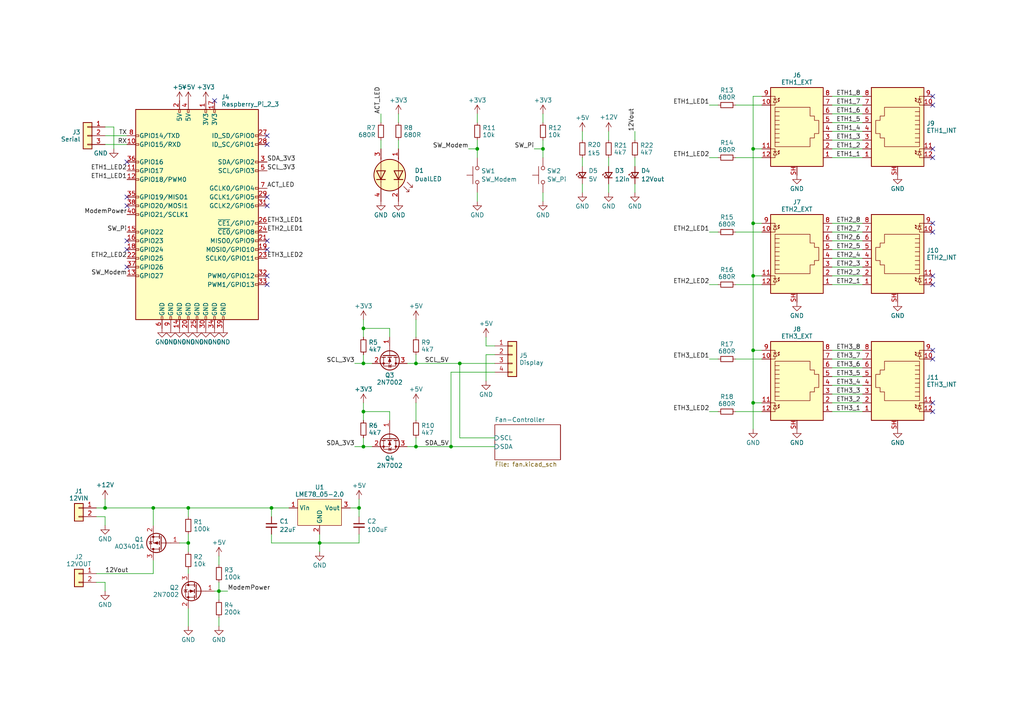
<source format=kicad_sch>
(kicad_sch (version 20230121) (generator eeschema)
  (paper "A4")
  (lib_symbols
    (symbol "Connector:RJ45_LED_Shielded" (pin_names (offset 1.016))
      (property "Reference" "J" (at -5.08 13.97 0))
      (property "Value" "RJ45_LED_Shielded" (at 1.27 13.97 0))
      (symbol "RJ45_LED_Shielded_0_1"
        (polyline (pts (xy -7.62 -7.62) (xy -6.35 -7.62)))
        (polyline (pts (xy -7.62 -5.08) (xy -6.35 -5.08)))
        (polyline (pts (xy -7.62 7.62) (xy -6.35 7.62)))
        (polyline (pts (xy -7.62 10.16) (xy -6.35 10.16)))
        (polyline (pts (xy -6.858 -5.842) (xy -5.842 -5.842)))
        (polyline (pts (xy -6.858 9.398) (xy -5.842 9.398)))
        (polyline (pts (xy -6.35 -7.62) (xy -6.35 -6.858)))
        (polyline (pts (xy -6.35 -5.08) (xy -6.35 -5.842)))
        (polyline (pts (xy -6.35 7.62) (xy -6.35 8.382)))
        (polyline (pts (xy -6.35 10.16) (xy -6.35 9.398)))
        (polyline (pts (xy -5.08 -6.223) (xy -5.207 -6.604)))
        (polyline (pts (xy -5.08 -5.588) (xy -5.207 -5.969)))
        (polyline (pts (xy -5.08 4.445) (xy -6.35 4.445)))
        (polyline (pts (xy -5.08 5.715) (xy -6.35 5.715)))
        (polyline (pts (xy -5.08 9.017) (xy -5.207 8.636)))
        (polyline (pts (xy -5.08 9.652) (xy -5.207 9.271)))
        (polyline (pts (xy -6.35 -3.175) (xy -5.08 -3.175) (xy -5.08 -3.175)))
        (polyline (pts (xy -6.35 -1.905) (xy -5.08 -1.905) (xy -5.08 -1.905)))
        (polyline (pts (xy -6.35 -0.635) (xy -5.08 -0.635) (xy -5.08 -0.635)))
        (polyline (pts (xy -6.35 0.635) (xy -5.08 0.635) (xy -5.08 0.635)))
        (polyline (pts (xy -6.35 1.905) (xy -5.08 1.905) (xy -5.08 1.905)))
        (polyline (pts (xy -5.588 -6.731) (xy -5.08 -6.223) (xy -5.461 -6.35)))
        (polyline (pts (xy -5.588 -6.096) (xy -5.08 -5.588) (xy -5.461 -5.715)))
        (polyline (pts (xy -5.588 8.509) (xy -5.08 9.017) (xy -5.461 8.89)))
        (polyline (pts (xy -5.588 9.144) (xy -5.08 9.652) (xy -5.461 9.525)))
        (polyline (pts (xy -5.08 3.175) (xy -6.35 3.175) (xy -6.35 3.175)))
        (polyline (pts (xy -6.35 -5.842) (xy -6.858 -6.858) (xy -5.842 -6.858) (xy -6.35 -5.842)))
        (polyline (pts (xy -6.35 9.398) (xy -6.858 8.382) (xy -5.842 8.382) (xy -6.35 9.398)))
        (polyline (pts (xy -6.35 -4.445) (xy -6.35 6.985) (xy 3.81 6.985) (xy 3.81 4.445) (xy 5.08 4.445) (xy 5.08 3.175) (xy 6.35 3.175) (xy 6.35 -0.635) (xy 5.08 -0.635) (xy 5.08 -1.905) (xy 3.81 -1.905) (xy 3.81 -4.445) (xy -6.35 -4.445) (xy -6.35 -4.445)))
        (rectangle (start 7.62 12.7) (end -7.62 -10.16) (stroke (width 0.254)) (fill (type background)))
      )
      (symbol "RJ45_LED_Shielded_1_1"
        (pin passive line (at 10.16 -7.62 180) (length 2.54) (name "~") (number "1"))
        (pin passive line (at -10.16 7.62 0) (length 2.54) (name "~") (number "10"))
        (pin passive line (at -10.16 -5.08 0) (length 2.54) (name "~") (number "11"))
        (pin passive line (at -10.16 -7.62 0) (length 2.54) (name "~") (number "12"))
        (pin passive line (at 10.16 -5.08 180) (length 2.54) (name "~") (number "2"))
        (pin passive line (at 10.16 -2.54 180) (length 2.54) (name "~") (number "3"))
        (pin passive line (at 10.16 0 180) (length 2.54) (name "~") (number "4"))
        (pin passive line (at 10.16 2.54 180) (length 2.54) (name "~") (number "5"))
        (pin passive line (at 10.16 5.08 180) (length 2.54) (name "~") (number "6"))
        (pin passive line (at 10.16 7.62 180) (length 2.54) (name "~") (number "7"))
        (pin passive line (at 10.16 10.16 180) (length 2.54) (name "~") (number "8"))
        (pin passive line (at -10.16 10.16 0) (length 2.54) (name "~") (number "9"))
        (pin passive line (at 0 -12.7 90) (length 2.54) (name "~") (number "SH"))
      )
    )
    (symbol "Connector:Raspberry_Pi_2_3" (pin_names (offset 1.016))
      (property "Reference" "J" (at -17.78 31.75 0))
      (property "Value" "Raspberry_Pi_2_3" (at 10.16 -31.75 0))
      (symbol "Raspberry_Pi_2_3_0_1"
        (rectangle (start -17.78 30.48) (end 17.78 -30.48) (stroke (width 0.254)) (fill (type background)))
      )
      (symbol "Raspberry_Pi_2_3_1_1"
        (rectangle (start -16.891 -17.526) (end -17.78 -18.034))
        (rectangle (start -16.891 -14.986) (end -17.78 -15.494))
        (rectangle (start -16.891 -12.446) (end -17.78 -12.954))
        (rectangle (start -16.891 -9.906) (end -17.78 -10.414))
        (rectangle (start -16.891 -7.366) (end -17.78 -7.874))
        (rectangle (start -16.891 -4.826) (end -17.78 -5.334))
        (rectangle (start -16.891 0.254) (end -17.78 -0.254))
        (rectangle (start -16.891 2.794) (end -17.78 2.286))
        (rectangle (start -16.891 5.334) (end -17.78 4.826))
        (rectangle (start -16.891 10.414) (end -17.78 9.906))
        (rectangle (start -16.891 12.954) (end -17.78 12.446))
        (rectangle (start -16.891 15.494) (end -17.78 14.986))
        (rectangle (start -16.891 20.574) (end -17.78 20.066))
        (rectangle (start -16.891 23.114) (end -17.78 22.606))
        (rectangle (start -10.414 -29.591) (end -9.906 -30.48))
        (rectangle (start -7.874 -29.591) (end -7.366 -30.48))
        (rectangle (start -5.334 -29.591) (end -4.826 -30.48))
        (rectangle (start -5.334 30.48) (end -4.826 29.591))
        (rectangle (start -2.794 -29.591) (end -2.286 -30.48))
        (rectangle (start -2.794 30.48) (end -2.286 29.591))
        (rectangle (start -0.254 -29.591) (end 0.254 -30.48))
        (rectangle (start 2.286 -29.591) (end 2.794 -30.48))
        (rectangle (start 2.286 30.48) (end 2.794 29.591))
        (rectangle (start 4.826 -29.591) (end 5.334 -30.48))
        (rectangle (start 4.826 30.48) (end 5.334 29.591))
        (rectangle (start 7.366 -29.591) (end 7.874 -30.48))
        (rectangle (start 17.78 -20.066) (end 16.891 -20.574))
        (rectangle (start 17.78 -17.526) (end 16.891 -18.034))
        (rectangle (start 17.78 -12.446) (end 16.891 -12.954))
        (rectangle (start 17.78 -9.906) (end 16.891 -10.414))
        (rectangle (start 17.78 -7.366) (end 16.891 -7.874))
        (rectangle (start 17.78 -4.826) (end 16.891 -5.334))
        (rectangle (start 17.78 -2.286) (end 16.891 -2.794))
        (rectangle (start 17.78 2.794) (end 16.891 2.286))
        (rectangle (start 17.78 5.334) (end 16.891 4.826))
        (rectangle (start 17.78 7.874) (end 16.891 7.366))
        (rectangle (start 17.78 12.954) (end 16.891 12.446))
        (rectangle (start 17.78 15.494) (end 16.891 14.986))
        (rectangle (start 17.78 20.574) (end 16.891 20.066))
        (rectangle (start 17.78 23.114) (end 16.891 22.606))
        (pin power_in line (at 2.54 33.02 270) (length 2.54) (name "3V3") (number "1"))
        (pin bidirectional line (at -20.32 20.32 0) (length 2.54) (name "GPIO15/RXD") (number "10"))
        (pin bidirectional line (at -20.32 12.7 0) (length 2.54) (name "GPIO17") (number "11"))
        (pin bidirectional line (at -20.32 10.16 0) (length 2.54) (name "GPIO18/PWM0") (number "12"))
        (pin bidirectional line (at -20.32 -17.78 0) (length 2.54) (name "GPIO27") (number "13"))
        (pin power_in line (at -5.08 -33.02 90) (length 2.54) (name "GND") (number "14"))
        (pin bidirectional line (at -20.32 -5.08 0) (length 2.54) (name "GPIO22") (number "15"))
        (pin bidirectional line (at -20.32 -7.62 0) (length 2.54) (name "GPIO23") (number "16"))
        (pin power_in line (at 5.08 33.02 270) (length 2.54) (name "3V3") (number "17"))
        (pin bidirectional line (at -20.32 -10.16 0) (length 2.54) (name "GPIO24") (number "18"))
        (pin bidirectional line (at 20.32 -10.16 180) (length 2.54) (name "MOSI0/GPIO10") (number "19"))
        (pin power_in line (at -5.08 33.02 270) (length 2.54) (name "5V") (number "2"))
        (pin power_in line (at -2.54 -33.02 90) (length 2.54) (name "GND") (number "20"))
        (pin bidirectional line (at 20.32 -7.62 180) (length 2.54) (name "MISO0/GPIO9") (number "21"))
        (pin bidirectional line (at -20.32 -12.7 0) (length 2.54) (name "GPIO25") (number "22"))
        (pin bidirectional line (at 20.32 -12.7 180) (length 2.54) (name "SCLK0/GPIO11") (number "23"))
        (pin bidirectional line (at 20.32 -5.08 180) (length 2.54) (name "~{CE0}/GPIO8") (number "24"))
        (pin power_in line (at 0 -33.02 90) (length 2.54) (name "GND") (number "25"))
        (pin bidirectional line (at 20.32 -2.54 180) (length 2.54) (name "~{CE1}/GPIO7") (number "26"))
        (pin bidirectional line (at 20.32 22.86 180) (length 2.54) (name "ID_SD/GPIO0") (number "27"))
        (pin bidirectional line (at 20.32 20.32 180) (length 2.54) (name "ID_SC/GPIO1") (number "28"))
        (pin bidirectional line (at 20.32 5.08 180) (length 2.54) (name "GCLK1/GPIO5") (number "29"))
        (pin bidirectional line (at 20.32 15.24 180) (length 2.54) (name "SDA/GPIO2") (number "3"))
        (pin power_in line (at 2.54 -33.02 90) (length 2.54) (name "GND") (number "30"))
        (pin bidirectional line (at 20.32 2.54 180) (length 2.54) (name "GCLK2/GPIO6") (number "31"))
        (pin bidirectional line (at 20.32 -17.78 180) (length 2.54) (name "PWM0/GPIO12") (number "32"))
        (pin bidirectional line (at 20.32 -20.32 180) (length 2.54) (name "PWM1/GPIO13") (number "33"))
        (pin power_in line (at 5.08 -33.02 90) (length 2.54) (name "GND") (number "34"))
        (pin bidirectional line (at -20.32 5.08 0) (length 2.54) (name "GPIO19/MISO1") (number "35"))
        (pin bidirectional line (at -20.32 15.24 0) (length 2.54) (name "GPIO16") (number "36"))
        (pin bidirectional line (at -20.32 -15.24 0) (length 2.54) (name "GPIO26") (number "37"))
        (pin bidirectional line (at -20.32 2.54 0) (length 2.54) (name "GPIO20/MOSI1") (number "38"))
        (pin power_in line (at 7.62 -33.02 90) (length 2.54) (name "GND") (number "39"))
        (pin power_in line (at -2.54 33.02 270) (length 2.54) (name "5V") (number "4"))
        (pin bidirectional line (at -20.32 0 0) (length 2.54) (name "GPIO21/SCLK1") (number "40"))
        (pin bidirectional line (at 20.32 12.7 180) (length 2.54) (name "SCL/GPIO3") (number "5"))
        (pin power_in line (at -10.16 -33.02 90) (length 2.54) (name "GND") (number "6"))
        (pin bidirectional line (at 20.32 7.62 180) (length 2.54) (name "GCLK0/GPIO4") (number "7"))
        (pin bidirectional line (at -20.32 22.86 0) (length 2.54) (name "GPIO14/TXD") (number "8"))
        (pin power_in line (at -7.62 -33.02 90) (length 2.54) (name "GND") (number "9"))
      )
    )
    (symbol "Connector_Generic:Conn_01x02" (pin_names (offset 1.016) hide)
      (property "Reference" "J" (at 0 2.54 0))
      (property "Value" "Conn_01x02" (at 0 -5.08 0))
      (symbol "Conn_01x02_1_1"
        (rectangle (start -1.27 -2.413) (end 0 -2.667) (stroke (width 0.1524)))
        (rectangle (start -1.27 0.127) (end 0 -0.127) (stroke (width 0.1524)))
        (rectangle (start -1.27 1.27) (end 1.27 -3.81) (stroke (width 0.254)) (fill (type background)))
        (pin passive line (at -5.08 0 0) (length 3.81) (name "Pin_1") (number "1"))
        (pin passive line (at -5.08 -2.54 0) (length 3.81) (name "Pin_2") (number "2"))
      )
    )
    (symbol "Connector_Generic:Conn_01x03" (pin_names (offset 1.016) hide)
      (property "Reference" "J" (at 0 5.08 0))
      (property "Value" "Conn_01x03" (at 0 -5.08 0))
      (symbol "Conn_01x03_1_1"
        (rectangle (start -1.27 -2.413) (end 0 -2.667) (stroke (width 0.1524)))
        (rectangle (start -1.27 0.127) (end 0 -0.127) (stroke (width 0.1524)))
        (rectangle (start -1.27 2.667) (end 0 2.413) (stroke (width 0.1524)))
        (rectangle (start -1.27 3.81) (end 1.27 -3.81) (stroke (width 0.254)) (fill (type background)))
        (pin passive line (at -5.08 2.54 0) (length 3.81) (name "Pin_1") (number "1"))
        (pin passive line (at -5.08 0 0) (length 3.81) (name "Pin_2") (number "2"))
        (pin passive line (at -5.08 -2.54 0) (length 3.81) (name "Pin_3") (number "3"))
      )
    )
    (symbol "Connector_Generic:Conn_01x04" (pin_names (offset 1.016) hide)
      (property "Reference" "J" (at 0 5.08 0))
      (property "Value" "Conn_01x04" (at 0 -7.62 0))
      (symbol "Conn_01x04_1_1"
        (rectangle (start -1.27 -4.953) (end 0 -5.207) (stroke (width 0.1524)))
        (rectangle (start -1.27 -2.413) (end 0 -2.667) (stroke (width 0.1524)))
        (rectangle (start -1.27 0.127) (end 0 -0.127) (stroke (width 0.1524)))
        (rectangle (start -1.27 2.667) (end 0 2.413) (stroke (width 0.1524)))
        (rectangle (start -1.27 3.81) (end 1.27 -6.35) (stroke (width 0.254)) (fill (type background)))
        (pin passive line (at -5.08 2.54 0) (length 3.81) (name "Pin_1") (number "1"))
        (pin passive line (at -5.08 0 0) (length 3.81) (name "Pin_2") (number "2"))
        (pin passive line (at -5.08 -2.54 0) (length 3.81) (name "Pin_3") (number "3"))
        (pin passive line (at -5.08 -5.08 0) (length 3.81) (name "Pin_4") (number "4"))
      )
    )
    (symbol "Device:C_Small" (pin_numbers hide) (pin_names (offset 0.254) hide)
      (property "Reference" "C" (at 0.254 1.778 0))
      (property "Value" "C_Small" (at 0.254 -2.032 0))
      (symbol "C_Small_0_1"
        (polyline (pts (xy -1.524 -0.508) (xy 1.524 -0.508)) (stroke (width 0.3302)))
        (polyline (pts (xy -1.524 0.508) (xy 1.524 0.508)) (stroke (width 0.3048)))
      )
      (symbol "C_Small_1_1"
        (pin passive line (at 0 2.54 270) (length 2.032) (name "~") (number "1"))
        (pin passive line (at 0 -2.54 90) (length 2.032) (name "~") (number "2"))
      )
    )
    (symbol "Device:LED_Dual_AKAK" (pin_names (offset 0) hide)
      (property "Reference" "D" (at 0 5.715 0))
      (property "Value" "LED_Dual_AKAK" (at 0 -6.35 0))
      (symbol "LED_Dual_AKAK_0_1"
        (polyline (pts (xy -5.08 -2.54) (xy 2.032 -2.54)))
        (polyline (pts (xy -5.08 2.54) (xy 2.032 2.54)))
        (polyline (pts (xy 1.27 -1.27) (xy 1.27 -3.81)) (stroke (width 0.254)))
        (polyline (pts (xy 1.27 3.81) (xy 1.27 1.27)) (stroke (width 0.254)))
        (polyline (pts (xy 3.81 -2.54) (xy 1.905 -2.54)))
        (polyline (pts (xy 3.81 2.54) (xy 1.905 2.54)))
        (polyline (pts (xy -1.27 -1.27) (xy -1.27 -3.81) (xy 1.27 -2.54) (xy -1.27 -1.27)) (stroke (width 0.254)))
        (polyline (pts (xy -1.27 3.81) (xy -1.27 1.27) (xy 1.27 2.54) (xy -1.27 3.81)) (stroke (width 0.254)))
        (polyline (pts (xy 2.032 5.08) (xy 3.556 6.604) (xy 2.794 6.604) (xy 3.556 6.604) (xy 3.556 5.842)))
        (polyline (pts (xy 3.302 4.064) (xy 4.826 5.588) (xy 4.064 5.588) (xy 4.826 5.588) (xy 4.826 4.826)))
        (circle (center 0 0) (radius 4.572) (stroke (width 0.254)) (fill (type background)))
      )
      (symbol "LED_Dual_AKAK_1_1"
        (pin input line (at -7.62 2.54 0) (length 3.048) (name "A1") (number "1"))
        (pin input line (at 7.62 2.54 180) (length 3.81) (name "K1") (number "2"))
        (pin input line (at -7.62 -2.54 0) (length 3.048) (name "A2") (number "3"))
        (pin input line (at 7.62 -2.54 180) (length 3.81) (name "K2") (number "4"))
      )
    )
    (symbol "Device:LED_Small" (pin_numbers hide) (pin_names (offset 0.254) hide)
      (property "Reference" "D" (at -1.27 3.175 0))
      (property "Value" "LED_Small" (at -4.445 -2.54 0))
      (symbol "LED_Small_0_1"
        (polyline (pts (xy -0.762 -1.016) (xy -0.762 1.016)) (stroke (width 0.254)))
        (polyline (pts (xy 1.016 0) (xy -0.762 0)))
        (polyline (pts (xy 0.762 -1.016) (xy -0.762 0) (xy 0.762 1.016) (xy 0.762 -1.016)) (stroke (width 0.254)))
        (polyline (pts (xy 0 0.762) (xy -0.508 1.27) (xy -0.254 1.27) (xy -0.508 1.27) (xy -0.508 1.016)))
        (polyline (pts (xy 0.508 1.27) (xy 0 1.778) (xy 0.254 1.778) (xy 0 1.778) (xy 0 1.524)))
      )
      (symbol "LED_Small_1_1"
        (pin passive line (at -2.54 0 0) (length 1.778) (name "K") (number "1"))
        (pin passive line (at 2.54 0 180) (length 1.778) (name "A") (number "2"))
      )
    )
    (symbol "Device:R_Small" (pin_numbers hide) (pin_names (offset 0.254) hide)
      (property "Reference" "R" (at 0.762 0.508 0))
      (property "Value" "R_Small" (at 0.762 -1.016 0))
      (symbol "R_Small_0_1"
        (rectangle (start -0.762 1.778) (end 0.762 -1.778) (stroke (width 0.2032)))
      )
      (symbol "R_Small_1_1"
        (pin passive line (at 0 2.54 270) (length 0.762) (name "~") (number "1"))
        (pin passive line (at 0 -2.54 90) (length 0.762) (name "~") (number "2"))
      )
    )
    (symbol "My_Symbols:LME78"
      (property "Reference" "U" (at 0 0 0))
      (property "Value" "LME78_05-1.0" (at 0 0 0))
      (symbol "LME78_1_1"
        (rectangle (start -6.35 -1.27) (end 6.35 -8.89) (fill (type background)))
        (pin power_in line (at -8.89 -3.81 0) (length 2.54) (name "Vin") (number "1"))
        (pin power_in line (at 0 -11.43 90) (length 2.54) (name "GND") (number "2"))
        (pin power_out line (at 8.89 -3.81 180) (length 2.54) (name "Vout") (number "3"))
      )
    )
    (symbol "Switch:SW_Push" (pin_numbers hide) (pin_names (offset 1.016) hide)
      (property "Reference" "SW" (at 1.27 2.54 0))
      (property "Value" "SW_Push" (at 0 -1.524 0))
      (symbol "SW_Push_0_1"
        (circle (center -2.032 0) (radius 0.508))
        (polyline (pts (xy 0 1.27) (xy 0 3.048)))
        (polyline (pts (xy 2.54 1.27) (xy -2.54 1.27)))
        (circle (center 2.032 0) (radius 0.508))
        (pin passive line (at -5.08 0 0) (length 2.54) (name "1") (number "1"))
        (pin passive line (at 5.08 0 180) (length 2.54) (name "2") (number "2"))
      )
    )
    (symbol "Transistor_FET:2N7002" (pin_names hide)
      (property "Reference" "Q" (at 5.08 1.905 0))
      (property "Value" "2N7002" (at 5.08 0 0))
      (symbol "2N7002_0_1"
        (polyline (pts (xy 0.254 0) (xy -2.54 0)))
        (polyline (pts (xy 0.254 1.905) (xy 0.254 -1.905)) (stroke (width 0.254)))
        (polyline (pts (xy 0.762 -1.27) (xy 0.762 -2.286)) (stroke (width 0.254)))
        (polyline (pts (xy 0.762 0.508) (xy 0.762 -0.508)) (stroke (width 0.254)))
        (polyline (pts (xy 0.762 2.286) (xy 0.762 1.27)) (stroke (width 0.254)))
        (polyline (pts (xy 2.54 2.54) (xy 2.54 1.778)))
        (polyline (pts (xy 2.54 -2.54) (xy 2.54 0) (xy 0.762 0)))
        (polyline (pts (xy 0.762 -1.778) (xy 3.302 -1.778) (xy 3.302 1.778) (xy 0.762 1.778)))
        (polyline (pts (xy 1.016 0) (xy 2.032 0.381) (xy 2.032 -0.381) (xy 1.016 0)) (fill (type outline)))
        (polyline (pts (xy 2.794 0.508) (xy 2.921 0.381) (xy 3.683 0.381) (xy 3.81 0.254)))
        (polyline (pts (xy 3.302 0.381) (xy 2.921 -0.254) (xy 3.683 -0.254) (xy 3.302 0.381)))
        (circle (center 1.651 0) (radius 2.794) (stroke (width 0.254)))
        (circle (center 2.54 -1.778) (radius 0.254) (fill (type outline)))
        (circle (center 2.54 1.778) (radius 0.254) (fill (type outline)))
      )
      (symbol "2N7002_1_1"
        (pin input line (at -5.08 0 0) (length 2.54) (name "G") (number "1"))
        (pin passive line (at 2.54 -5.08 90) (length 2.54) (name "S") (number "2"))
        (pin passive line (at 2.54 5.08 270) (length 2.54) (name "D") (number "3"))
      )
    )
    (symbol "Transistor_FET:AO3401A" (pin_names hide)
      (property "Reference" "Q" (at 5.08 1.905 0))
      (property "Value" "AO3401A" (at 5.08 0 0))
      (symbol "AO3401A_0_1"
        (polyline (pts (xy 0.254 0) (xy -2.54 0)))
        (polyline (pts (xy 0.254 1.905) (xy 0.254 -1.905)) (stroke (width 0.254)))
        (polyline (pts (xy 0.762 -1.27) (xy 0.762 -2.286)) (stroke (width 0.254)))
        (polyline (pts (xy 0.762 0.508) (xy 0.762 -0.508)) (stroke (width 0.254)))
        (polyline (pts (xy 0.762 2.286) (xy 0.762 1.27)) (stroke (width 0.254)))
        (polyline (pts (xy 2.54 2.54) (xy 2.54 1.778)))
        (polyline (pts (xy 2.54 -2.54) (xy 2.54 0) (xy 0.762 0)))
        (polyline (pts (xy 0.762 1.778) (xy 3.302 1.778) (xy 3.302 -1.778) (xy 0.762 -1.778)))
        (polyline (pts (xy 2.286 0) (xy 1.27 0.381) (xy 1.27 -0.381) (xy 2.286 0)) (fill (type outline)))
        (polyline (pts (xy 2.794 -0.508) (xy 2.921 -0.381) (xy 3.683 -0.381) (xy 3.81 -0.254)))
        (polyline (pts (xy 3.302 -0.381) (xy 2.921 0.254) (xy 3.683 0.254) (xy 3.302 -0.381)))
        (circle (center 1.651 0) (radius 2.794) (stroke (width 0.254)))
        (circle (center 2.54 -1.778) (radius 0.254) (fill (type outline)))
        (circle (center 2.54 1.778) (radius 0.254) (fill (type outline)))
      )
      (symbol "AO3401A_1_1"
        (pin input line (at -5.08 0 0) (length 2.54) (name "G") (number "1"))
        (pin passive line (at 2.54 -5.08 90) (length 2.54) (name "S") (number "2"))
        (pin passive line (at 2.54 5.08 270) (length 2.54) (name "D") (number "3"))
      )
    )
    (symbol "power:+12V" (power) (pin_names (offset 0))
      (property "Value" "+12V" (at 0 3.556 0))
      (symbol "+12V_0_1"
        (polyline (pts (xy -0.762 1.27) (xy 0 2.54)))
        (polyline (pts (xy 0 0) (xy 0 2.54)))
        (polyline (pts (xy 0 2.54) (xy 0.762 1.27)))
      )
      (symbol "+12V_1_1"
        (pin power_in line (at 0 0 90) (length 0) hide (name "+12V") (number "1"))
      )
    )
    (symbol "power:+3V3" (power) (pin_names (offset 0))
      (property "Value" "+3V3" (at 0 3.556 0))
      (symbol "+3V3_0_1"
        (polyline (pts (xy -0.762 1.27) (xy 0 2.54)))
        (polyline (pts (xy 0 0) (xy 0 2.54)))
        (polyline (pts (xy 0 2.54) (xy 0.762 1.27)))
      )
      (symbol "+3V3_1_1"
        (pin power_in line (at 0 0 90) (length 0) hide (name "+3V3") (number "1"))
      )
    )
    (symbol "power:+5V" (power) (pin_names (offset 0))
      (property "Value" "+5V" (at 0 3.556 0))
      (symbol "+5V_0_1"
        (polyline (pts (xy -0.762 1.27) (xy 0 2.54)))
        (polyline (pts (xy 0 0) (xy 0 2.54)))
        (polyline (pts (xy 0 2.54) (xy 0.762 1.27)))
      )
      (symbol "+5V_1_1"
        (pin power_in line (at 0 0 90) (length 0) hide (name "+5V") (number "1"))
      )
    )
    (symbol "power:GND" (power) (pin_names (offset 0))
      (property "Value" "GND" (at 0 -3.81 0))
      (symbol "GND_0_1"
        (polyline (pts (xy 0 0) (xy 0 -1.27) (xy 1.27 -1.27) (xy 0 -2.54) (xy -1.27 -1.27) (xy 0 -1.27)))
      )
      (symbol "GND_1_1"
        (pin power_in line (at 0 0 270) (length 0) hide (name "GND") (number "1"))
      )
    )
    (symbol "power:PWR_FLAG" (power) (pin_numbers hide) (pin_names (offset 0) hide)
      (property "Value" "PWR_FLAG" (at 0 3.81 0))
      (symbol "PWR_FLAG_0_0"
        (pin power_out line (at 0 0 90) (length 0) (name "pwr") (number "1"))
      )
      (symbol "PWR_FLAG_0_1"
        (polyline (pts (xy 0 0) (xy 0 1.27) (xy -1.016 1.905) (xy 0 2.54) (xy 1.016 1.905) (xy 0 1.27)))
      )
    )
  )
  (junction (at 120.65 105.41))
  (junction (at 44.45 147.32))
  (junction (at 138.43 43.18))
  (junction (at 63.5 171.45))
  (junction (at 105.41 119.38))
  (junction (at 120.65 129.54))
  (junction (at 218.44 101.6))
  (junction (at 105.41 105.41))
  (junction (at 78.74 147.32))
  (junction (at 30.48 147.32))
  (junction (at 105.41 95.25))
  (junction (at 130.81 129.54))
  (junction (at 218.44 43.18))
  (junction (at 218.44 64.77))
  (junction (at 105.41 129.54))
  (junction (at 133.35 105.41))
  (junction (at 54.61 147.32))
  (junction (at 218.44 80.01))
  (junction (at 157.48 43.18))
  (junction (at 92.71 157.48))
  (junction (at 54.61 157.48))
  (junction (at 218.44 116.84))
  (junction (at 104.14 147.32))
  (no_connect (at 270.51 119.38))
  (no_connect (at 62.23 29.21))
  (no_connect (at 77.47 41.91))
  (no_connect (at 77.47 69.85))
  (no_connect (at 77.47 72.39))
  (no_connect (at 270.51 45.72))
  (no_connect (at 270.51 43.18))
  (no_connect (at 36.83 69.85))
  (no_connect (at 270.51 116.84))
  (no_connect (at 270.51 30.48))
  (no_connect (at 77.47 82.55))
  (no_connect (at 36.83 72.39))
  (no_connect (at 77.47 80.01))
  (no_connect (at 77.47 39.37))
  (no_connect (at 36.83 57.15))
  (no_connect (at 270.51 104.14))
  (no_connect (at 36.83 46.99))
  (no_connect (at 270.51 101.6))
  (no_connect (at 36.83 59.69))
  (no_connect (at 36.83 77.47))
  (no_connect (at 270.51 67.31))
  (no_connect (at 270.51 27.94))
  (no_connect (at 270.51 64.77))
  (no_connect (at 77.47 57.15))
  (no_connect (at 270.51 82.55))
  (no_connect (at 270.51 80.01))
  (no_connect (at 77.47 59.69))
  (wire (pts (xy 241.3 101.6) (xy 250.19 101.6)))
  (wire (pts (xy 218.44 80.01) (xy 220.98 80.01)))
  (wire (pts (xy 241.3 116.84) (xy 250.19 116.84)))
  (wire (pts (xy 102.87 105.41) (xy 105.41 105.41)))
  (wire (pts (xy 33.02 43.18) (xy 33.02 36.83)))
  (wire (pts (xy 54.61 147.32) (xy 54.61 149.86)))
  (wire (pts (xy 78.74 154.94) (xy 78.74 157.48)))
  (wire (pts (xy 33.02 36.83) (xy 30.48 36.83)))
  (wire (pts (xy 120.65 105.41) (xy 118.11 105.41)))
  (wire (pts (xy 218.44 43.18) (xy 220.98 43.18)))
  (wire (pts (xy 54.61 176.53) (xy 54.61 181.61)))
  (wire (pts (xy 120.65 102.87) (xy 120.65 105.41)))
  (wire (pts (xy 241.3 35.56) (xy 250.19 35.56)))
  (wire (pts (xy 133.35 127) (xy 133.35 105.41)))
  (wire (pts (xy 241.3 114.3) (xy 250.19 114.3)))
  (wire (pts (xy 54.61 157.48) (xy 54.61 160.02)))
  (wire (pts (xy 241.3 67.31) (xy 250.19 67.31)))
  (wire (pts (xy 105.41 92.71) (xy 105.41 95.25)))
  (wire (pts (xy 176.53 45.72) (xy 176.53 48.26)))
  (wire (pts (xy 30.48 39.37) (xy 36.83 39.37)))
  (wire (pts (xy 92.71 154.94) (xy 92.71 157.48)))
  (wire (pts (xy 241.3 38.1) (xy 250.19 38.1)))
  (wire (pts (xy 138.43 55.88) (xy 138.43 58.42)))
  (wire (pts (xy 213.36 104.14) (xy 220.98 104.14)))
  (wire (pts (xy 104.14 154.94) (xy 104.14 157.48)))
  (wire (pts (xy 157.48 55.88) (xy 157.48 58.42)))
  (wire (pts (xy 120.65 127) (xy 120.65 129.54)))
  (wire (pts (xy 213.36 67.31) (xy 220.98 67.31)))
  (wire (pts (xy 30.48 147.32) (xy 44.45 147.32)))
  (wire (pts (xy 105.41 95.25) (xy 105.41 97.79)))
  (wire (pts (xy 218.44 80.01) (xy 218.44 101.6)))
  (wire (pts (xy 218.44 116.84) (xy 218.44 124.46)))
  (wire (pts (xy 44.45 147.32) (xy 44.45 152.4)))
  (wire (pts (xy 218.44 101.6) (xy 218.44 116.84)))
  (wire (pts (xy 205.74 104.14) (xy 208.28 104.14)))
  (wire (pts (xy 241.3 74.93) (xy 250.19 74.93)))
  (wire (pts (xy 241.3 45.72) (xy 250.19 45.72)))
  (wire (pts (xy 104.14 147.32) (xy 104.14 149.86)))
  (wire (pts (xy 120.65 105.41) (xy 133.35 105.41)))
  (wire (pts (xy 120.65 116.84) (xy 120.65 121.92)))
  (wire (pts (xy 30.48 152.4) (xy 30.48 149.86)))
  (wire (pts (xy 205.74 82.55) (xy 208.28 82.55)))
  (wire (pts (xy 54.61 154.94) (xy 54.61 157.48)))
  (wire (pts (xy 241.3 30.48) (xy 250.19 30.48)))
  (wire (pts (xy 205.74 67.31) (xy 208.28 67.31)))
  (wire (pts (xy 120.65 129.54) (xy 130.81 129.54)))
  (wire (pts (xy 184.15 38.1) (xy 184.15 40.64)))
  (wire (pts (xy 78.74 147.32) (xy 78.74 149.86)))
  (wire (pts (xy 143.51 102.87) (xy 140.97 102.87)))
  (wire (pts (xy 104.14 144.78) (xy 104.14 147.32)))
  (wire (pts (xy 168.91 38.1) (xy 168.91 40.64)))
  (wire (pts (xy 168.91 53.34) (xy 168.91 55.88)))
  (wire (pts (xy 44.45 166.37) (xy 27.94 166.37)))
  (wire (pts (xy 105.41 116.84) (xy 105.41 119.38)))
  (wire (pts (xy 105.41 105.41) (xy 105.41 102.87)))
  (wire (pts (xy 241.3 33.02) (xy 250.19 33.02)))
  (wire (pts (xy 213.36 30.48) (xy 220.98 30.48)))
  (wire (pts (xy 218.44 64.77) (xy 220.98 64.77)))
  (wire (pts (xy 105.41 105.41) (xy 107.95 105.41)))
  (wire (pts (xy 143.51 100.33) (xy 140.97 100.33)))
  (wire (pts (xy 63.5 161.29) (xy 63.5 163.83)))
  (wire (pts (xy 130.81 107.95) (xy 130.81 129.54)))
  (wire (pts (xy 101.6 147.32) (xy 104.14 147.32)))
  (wire (pts (xy 30.48 171.45) (xy 30.48 168.91)))
  (wire (pts (xy 115.57 33.02) (xy 115.57 35.56)))
  (wire (pts (xy 105.41 129.54) (xy 105.41 127)))
  (wire (pts (xy 241.3 69.85) (xy 250.19 69.85)))
  (wire (pts (xy 157.48 33.02) (xy 157.48 35.56)))
  (wire (pts (xy 241.3 43.18) (xy 250.19 43.18)))
  (wire (pts (xy 138.43 43.18) (xy 138.43 45.72)))
  (wire (pts (xy 140.97 100.33) (xy 140.97 97.79)))
  (wire (pts (xy 213.36 45.72) (xy 220.98 45.72)))
  (wire (pts (xy 140.97 102.87) (xy 140.97 110.49)))
  (wire (pts (xy 133.35 105.41) (xy 143.51 105.41)))
  (wire (pts (xy 241.3 80.01) (xy 250.19 80.01)))
  (wire (pts (xy 115.57 40.64) (xy 115.57 43.18)))
  (wire (pts (xy 135.89 43.18) (xy 138.43 43.18)))
  (wire (pts (xy 218.44 64.77) (xy 218.44 80.01)))
  (wire (pts (xy 30.48 144.78) (xy 30.48 147.32)))
  (wire (pts (xy 241.3 109.22) (xy 250.19 109.22)))
  (wire (pts (xy 130.81 107.95) (xy 143.51 107.95)))
  (wire (pts (xy 44.45 162.56) (xy 44.45 166.37)))
  (wire (pts (xy 218.44 116.84) (xy 220.98 116.84)))
  (wire (pts (xy 130.81 129.54) (xy 143.51 129.54)))
  (wire (pts (xy 105.41 119.38) (xy 105.41 121.92)))
  (wire (pts (xy 143.51 127) (xy 133.35 127)))
  (wire (pts (xy 205.74 30.48) (xy 208.28 30.48)))
  (wire (pts (xy 63.5 171.45) (xy 62.23 171.45)))
  (wire (pts (xy 241.3 77.47) (xy 250.19 77.47)))
  (wire (pts (xy 138.43 40.64) (xy 138.43 43.18)))
  (wire (pts (xy 218.44 27.94) (xy 218.44 43.18)))
  (wire (pts (xy 27.94 147.32) (xy 30.48 147.32)))
  (wire (pts (xy 104.14 157.48) (xy 92.71 157.48)))
  (wire (pts (xy 110.49 40.64) (xy 110.49 43.18)))
  (wire (pts (xy 213.36 82.55) (xy 220.98 82.55)))
  (wire (pts (xy 205.74 119.38) (xy 208.28 119.38)))
  (wire (pts (xy 218.44 101.6) (xy 220.98 101.6)))
  (wire (pts (xy 113.03 119.38) (xy 105.41 119.38)))
  (wire (pts (xy 157.48 40.64) (xy 157.48 43.18)))
  (wire (pts (xy 52.07 157.48) (xy 54.61 157.48)))
  (wire (pts (xy 184.15 53.34) (xy 184.15 55.88)))
  (wire (pts (xy 138.43 33.02) (xy 138.43 35.56)))
  (wire (pts (xy 120.65 129.54) (xy 118.11 129.54)))
  (wire (pts (xy 168.91 45.72) (xy 168.91 48.26)))
  (wire (pts (xy 205.74 45.72) (xy 208.28 45.72)))
  (wire (pts (xy 176.53 53.34) (xy 176.53 55.88)))
  (wire (pts (xy 63.5 171.45) (xy 63.5 173.99)))
  (wire (pts (xy 78.74 157.48) (xy 92.71 157.48)))
  (wire (pts (xy 63.5 168.91) (xy 63.5 171.45)))
  (wire (pts (xy 63.5 179.07) (xy 63.5 181.61)))
  (wire (pts (xy 241.3 72.39) (xy 250.19 72.39)))
  (wire (pts (xy 78.74 147.32) (xy 83.82 147.32)))
  (wire (pts (xy 30.48 41.91) (xy 36.83 41.91)))
  (wire (pts (xy 241.3 82.55) (xy 250.19 82.55)))
  (wire (pts (xy 241.3 111.76) (xy 250.19 111.76)))
  (wire (pts (xy 54.61 165.1) (xy 54.61 166.37)))
  (wire (pts (xy 120.65 92.71) (xy 120.65 97.79)))
  (wire (pts (xy 241.3 106.68) (xy 250.19 106.68)))
  (wire (pts (xy 110.49 33.02) (xy 110.49 35.56)))
  (wire (pts (xy 113.03 97.79) (xy 113.03 95.25)))
  (wire (pts (xy 113.03 95.25) (xy 105.41 95.25)))
  (wire (pts (xy 241.3 64.77) (xy 250.19 64.77)))
  (wire (pts (xy 63.5 171.45) (xy 66.04 171.45)))
  (wire (pts (xy 218.44 43.18) (xy 218.44 64.77)))
  (wire (pts (xy 241.3 27.94) (xy 250.19 27.94)))
  (wire (pts (xy 92.71 157.48) (xy 92.71 160.02)))
  (wire (pts (xy 30.48 168.91) (xy 27.94 168.91)))
  (wire (pts (xy 44.45 147.32) (xy 54.61 147.32)))
  (wire (pts (xy 102.87 129.54) (xy 105.41 129.54)))
  (wire (pts (xy 220.98 27.94) (xy 218.44 27.94)))
  (wire (pts (xy 105.41 129.54) (xy 107.95 129.54)))
  (wire (pts (xy 241.3 40.64) (xy 250.19 40.64)))
  (wire (pts (xy 154.94 43.18) (xy 157.48 43.18)))
  (wire (pts (xy 213.36 119.38) (xy 220.98 119.38)))
  (wire (pts (xy 241.3 119.38) (xy 250.19 119.38)))
  (wire (pts (xy 176.53 38.1) (xy 176.53 40.64)))
  (wire (pts (xy 241.3 104.14) (xy 250.19 104.14)))
  (wire (pts (xy 184.15 45.72) (xy 184.15 48.26)))
  (wire (pts (xy 157.48 43.18) (xy 157.48 45.72)))
  (wire (pts (xy 113.03 121.92) (xy 113.03 119.38)))
  (wire (pts (xy 30.48 149.86) (xy 27.94 149.86)))
  (wire (pts (xy 54.61 147.32) (xy 78.74 147.32)))
  (label "ETH3_6" (at 242.57 106.68 0))
  (label "ETH3_7" (at 242.57 104.14 0))
  (label "ETH1_3" (at 242.57 40.64 0))
  (label "ETH2_1" (at 242.57 82.55 0))
  (label "ETH1_4" (at 242.57 38.1 0))
  (label "SDA_3V3" (at 102.87 129.54 180))
  (label "ETH2_7" (at 242.57 67.31 0))
  (label "SW_Pi" (at 154.94 43.18 180))
  (label "ETH3_LED1" (at 205.74 104.14 180))
  (label "ETH3_LED2" (at 77.47 74.93 0))
  (label "SCL_3V3" (at 102.87 105.41 180))
  (label "ETH1_8" (at 242.57 27.94 0))
  (label "ETH3_LED1" (at 77.47 64.77 0))
  (label "SW_Modem" (at 36.83 80.01 180))
  (label "SDA_5V" (at 123.19 129.54 0))
  (label "ETH3_8" (at 242.57 101.6 0))
  (label "SW_Pi" (at 36.83 67.31 180))
  (label "ModemPower" (at 36.83 62.23 180))
  (label "SCL_5V" (at 123.19 105.41 0))
  (label "TX" (at 36.83 39.37 180))
  (label "ETH1_2" (at 242.57 43.18 0))
  (label "ETH1_LED1" (at 36.83 52.07 180))
  (label "ETH2_LED1" (at 77.47 67.31 0))
  (label "ETH3_3" (at 242.57 114.3 0))
  (label "ACT_LED" (at 110.49 33.02 90))
  (label "ETH3_2" (at 242.57 116.84 0))
  (label "ETH1_LED1" (at 205.74 30.48 180))
  (label "ETH2_LED2" (at 36.83 74.93 180))
  (label "ETH1_5" (at 242.57 35.56 0))
  (label "ETH1_LED2" (at 205.74 45.72 180))
  (label "ETH1_LED2" (at 36.83 49.53 180))
  (label "ETH3_1" (at 242.57 119.38 0))
  (label "ETH2_6" (at 242.57 69.85 0))
  (label "ModemPower" (at 66.04 171.45 0))
  (label "ETH1_7" (at 242.57 30.48 0))
  (label "RX" (at 36.83 41.91 180))
  (label "ETH2_2" (at 242.57 80.01 0))
  (label "ETH2_4" (at 242.57 74.93 0))
  (label "ACT_LED" (at 77.47 54.61 0))
  (label "SDA_3V3" (at 77.47 46.99 0))
  (label "ETH1_6" (at 242.57 33.02 0))
  (label "12Vout" (at 184.15 38.1 90))
  (label "ETH2_LED1" (at 205.74 67.31 180))
  (label "SCL_3V3" (at 77.47 49.53 0))
  (label "ETH1_1" (at 242.57 45.72 0))
  (label "ETH3_4" (at 242.57 111.76 0))
  (label "ETH2_8" (at 242.57 64.77 0))
  (label "ETH2_3" (at 242.57 77.47 0))
  (label "ETH3_5" (at 242.57 109.22 0))
  (label "12Vout" (at 30.48 166.37 0))
  (label "ETH2_LED2" (at 205.74 82.55 180))
  (label "SW_Modem" (at 135.89 43.18 180))
  (label "ETH2_5" (at 242.57 72.39 0))
  (label "ETH3_LED2" (at 205.74 119.38 180))
  (symbol (lib_id "power:+5V") (at 140.97 97.79 0) (unit 1)
    (property "Reference" "#PWR031" (effects hide))
    (property "Value" "+5V" (at 140.97 93.845 0))
  )
  (symbol (lib_id "power:+5V") (at 120.65 116.84 0) (unit 1)
    (property "Reference" "#PWR030" (effects hide))
    (property "Value" "+5V" (at 120.65 112.895 0))
  )
  (symbol (lib_id "power:+12V") (at -38.1 185.42 0) (unit 1)
    (property "Reference" "#PWR01" (effects hide))
    (property "Value" "+12V" (at -38.1 181.2869 0))
  )
  (symbol (lib_id "power:GND") (at 260.35 50.8 0) (unit 1)
    (property "Reference" "#PWR041" (effects hide))
    (property "Value" "GND" (at 260.35 54.745 0))
  )
  (symbol (lib_id "Device:R_Small") (at 105.41 100.33 0) (unit 1)
    (property "Reference" "R5" (at 106.9086 99.306 0) (effects (justify left)))
    (property "Value" "4k7" (at 106.9086 101.354 0) (effects (justify left)))
    (property "Footprint" "Resistor_SMD:R_0603_1608Metric" (effects hide))
    (property "LCSC" "C23162" (effects hide))
  )
  (symbol (lib_id "Device:R_Small") (at 210.82 82.55 90) (unit 1)
    (property "Reference" "R16" (at 210.82 78.2334 90))
    (property "Value" "680R" (at 210.82 80.2814 90))
    (property "Footprint" "Resistor_SMD:R_0603_1608Metric" (effects hide))
    (property "LCSC" "C23228" (effects hide))
  )
  (symbol (lib_id "Device:R_Small") (at 54.61 152.4 0) (unit 1)
    (property "Reference" "R1" (at 56.1086 151.376 0) (effects (justify left)))
    (property "Value" "100k" (at 56.1086 153.424 0) (effects (justify left)))
    (property "Footprint" "Resistor_SMD:R_0603_1608Metric" (effects hide))
    (property "LCSC" "C25803" (effects hide))
  )
  (symbol (lib_id "Connector_Generic:Conn_01x02") (at 22.86 166.37 0) (mirror y) (unit 1)
    (property "Reference" "J2" (at 22.86 161.52 0))
    (property "Value" "12VOUT" (at 22.86 163.568 0))
    (property "Footprint" "My_Footprints:CTB9352-2" (effects hide))
  )
  (symbol (lib_id "power:GND") (at 140.97 110.49 0) (unit 1)
    (property "Reference" "#PWR032" (effects hide))
    (property "Value" "GND" (at 140.97 114.435 0))
  )
  (symbol (lib_id "Device:R_Small") (at 54.61 162.56 0) (unit 1)
    (property "Reference" "R2" (at 56.1086 161.536 0) (effects (justify left)))
    (property "Value" "10k" (at 56.1086 163.584 0) (effects (justify left)))
    (property "Footprint" "Resistor_SMD:R_0603_1608Metric" (effects hide))
    (property "LCSC" "C25804" (effects hide))
  )
  (symbol (lib_id "Device:R_Small") (at 120.65 100.33 0) (unit 1)
    (property "Reference" "R9" (at 122.1486 99.306 0) (effects (justify left)))
    (property "Value" "4k7" (at 122.1486 101.354 0) (effects (justify left)))
    (property "Footprint" "Resistor_SMD:R_0603_1608Metric" (effects hide))
    (property "LCSC" "C23162" (effects hide))
  )
  (symbol (lib_id "Connector:Raspberry_Pi_2_3") (at 57.15 62.23 0) (unit 1)
    (property "Reference" "J4" (at 64.1859 28.17 0) (effects (justify left)))
    (property "Value" "Raspberry_Pi_2_3" (at 64.1859 30.218 0) (effects (justify left)))
    (property "Footprint" "My_Footprints:Raspberry Pi Universal Footprint" (effects hide))
    (property "Datasheet" "https://www.raspberrypi.org/documentation/hardware/raspberrypi/schematics/rpi_SCH_3bplus_1p0_reduced.pdf" (effects hide))
  )
  (symbol (lib_id "power:GND") (at 63.5 181.61 0) (unit 1)
    (property "Reference" "#PWR020" (effects hide))
    (property "Value" "GND" (at 63.5 185.555 0))
  )
  (symbol (lib_id "Connector_Generic:Conn_01x02") (at 22.86 147.32 0) (mirror y) (unit 1)
    (property "Reference" "J1" (at 22.86 142.47 0))
    (property "Value" "12VIN" (at 22.86 144.518 0))
    (property "Footprint" "My_Footprints:CTB9352-2" (effects hide))
  )
  (symbol (lib_id "Device:R_Small") (at 110.49 38.1 180) (unit 1)
    (property "Reference" "R7" (at 108.9915 37.076 0) (effects (justify left)))
    (property "Value" "680R" (at 108.9915 39.124 0) (effects (justify left)))
    (property "Footprint" "Resistor_SMD:R_0603_1608Metric" (effects hide))
    (property "LCSC" "C23228" (effects hide))
  )
  (symbol (lib_id "power:GND") (at 260.35 87.63 0) (unit 1)
    (property "Reference" "#PWR042" (effects hide))
    (property "Value" "GND" (at 260.35 91.575 0))
  )
  (symbol (lib_id "Connector:RJ45_LED_Shielded") (at 231.14 38.1 0) (unit 1)
    (property "Reference" "J6" (at 231.14 21.82 0))
    (property "Value" "ETH1_EXT" (at 231.14 23.868 0))
    (property "Footprint" "Connector_RJ:RJ45C5_R1D_3.2E4G-Y_RL" (effects hide))
  )
  (symbol (lib_id "Connector:RJ45_LED_Shielded") (at 260.35 111.76 0) (mirror y) (unit 1)
    (property "Reference" "J11" (at 268.732 109.466 0) (effects (justify right)))
    (property "Value" "ETH3_INT" (at 268.732 111.514 0) (effects (justify right)))
    (property "Footprint" "Connector_RJ:RJ45C5_R1D_3.2E4G-Y_RL" (effects hide))
  )
  (symbol (lib_id "Connector:RJ45_LED_Shielded") (at 231.14 74.93 0) (unit 1)
    (property "Reference" "J7" (at 231.14 58.65 0))
    (property "Value" "ETH2_EXT" (at 231.14 60.698 0))
    (property "Footprint" "Connector_RJ:RJ45C5_R1D_3.2E4G-Y_RL" (effects hide))
  )
  (symbol (lib_id "power:GND") (at 157.48 58.42 0) (unit 1)
    (property "Reference" "#PWR036" (effects hide))
    (property "Value" "GND" (at 157.48 62.365 0))
  )
  (symbol (lib_id "Connector_Generic:Conn_01x04") (at 148.59 102.87 0) (unit 1)
    (property "Reference" "J5" (at 150.622 103.116 0) (effects (justify left)))
    (property "Value" "Display" (at 150.622 105.164 0) (effects (justify left)))
    (property "Footprint" "Connector_PinHeader_2.54mm:PinHeader_1x04_P2.54mm_Vertical" (effects hide))
  )
  (symbol (lib_id "Transistor_FET:AO3401A") (at 46.99 157.48 180) (unit 1)
    (property "Reference" "Q1" (at 41.7831 156.456 0) (effects (justify left)))
    (property "Value" "AO3401A" (at 41.7831 158.504 0) (effects (justify left)))
    (property "Footprint" "Package_TO_SOT_SMD:SOT-23" (effects hide))
    (property "Datasheet" "http://www.aosmd.com/pdfs/datasheet/AO3401A.pdf" (effects hide))
    (property "LCSC" "C15127" (effects hide))
  )
  (symbol (lib_id "power:+3V3") (at 138.43 33.02 0) (unit 1)
    (property "Reference" "#PWR033" (effects hide))
    (property "Value" "+3V3" (at 138.43 29.075 0))
  )
  (symbol (lib_id "power:GND") (at 231.14 87.63 0) (unit 1)
    (property "Reference" "#PWR039" (effects hide))
    (property "Value" "GND" (at 231.14 91.575 0))
  )
  (symbol (lib_id "power:+5V") (at 120.65 92.71 0) (unit 1)
    (property "Reference" "#PWR029" (effects hide))
    (property "Value" "+5V" (at 120.65 88.765 0))
  )
  (symbol (lib_id "Device:LED_Small") (at 176.53 50.8 90) (unit 1)
    (property "Reference" "D3" (at 178.308 49.5244 90) (effects (justify right)))
    (property "Value" "12in" (at 178.308 51.9486 90) (effects (justify right)))
    (property "Footprint" "LED_SMD:LED_0603_1608Metric" (effects hide))
    (property "LCSC" "C2286" (effects hide))
  )
  (symbol (lib_id "power:GND") (at 62.23 95.25 0) (unit 1)
    (property "Reference" "#PWR018" (effects hide))
    (property "Value" "GND" (at 62.23 99.195 0))
  )
  (symbol (lib_id "Device:R_Small") (at 210.82 30.48 90) (unit 1)
    (property "Reference" "R13" (at 210.82 26.1634 90))
    (property "Value" "680R" (at 210.82 28.2114 90))
    (property "Footprint" "Resistor_SMD:R_0603_1608Metric" (effects hide))
    (property "LCSC" "C23228" (effects hide))
  )
  (symbol (lib_id "power:PWR_FLAG") (at -38.1 185.42 180) (unit 1)
    (property "Reference" "#FLG01" (effects hide))
    (property "Value" "PWR_FLAG" (at -38.1 189.365 0))
  )
  (symbol (lib_id "power:GND") (at 52.07 95.25 0) (unit 1)
    (property "Reference" "#PWR011" (effects hide))
    (property "Value" "GND" (at 52.07 99.195 0))
  )
  (symbol (lib_id "power:GND") (at 176.53 55.88 0) (unit 1)
    (property "Reference" "#PWR056" (effects hide))
    (property "Value" "GND" (at 176.53 59.825 0))
  )
  (symbol (lib_id "power:+5V") (at 104.14 144.78 0) (unit 1)
    (property "Reference" "#PWR023" (effects hide))
    (property "Value" "+5V" (at 104.14 140.835 0))
  )
  (symbol (lib_id "Device:R_Small") (at 157.48 38.1 0) (unit 1)
    (property "Reference" "R12" (at 158.9786 37.076 0) (effects (justify left)))
    (property "Value" "10k" (at 158.9786 39.124 0) (effects (justify left)))
    (property "Footprint" "Resistor_SMD:R_0603_1608Metric" (effects hide))
    (property "LCSC" "C25804" (effects hide))
  )
  (symbol (lib_id "power:+5V") (at 63.5 161.29 0) (unit 1)
    (property "Reference" "#PWR019" (effects hide))
    (property "Value" "+5V" (at 63.5 157.345 0))
  )
  (symbol (lib_id "power:+5V") (at 54.61 29.21 0) (unit 1)
    (property "Reference" "#PWR012" (effects hide))
    (property "Value" "+5V" (at 54.61 25.265 0))
  )
  (symbol (lib_id "power:+5V") (at 52.07 29.21 0) (unit 1)
    (property "Reference" "#PWR010" (effects hide))
    (property "Value" "+5V" (at 52.07 25.265 0))
  )
  (symbol (lib_id "Device:LED_Small") (at 168.91 50.8 90) (unit 1)
    (property "Reference" "D5" (at 170.688 49.5244 90) (effects (justify right)))
    (property "Value" "5V" (at 170.688 51.9486 90) (effects (justify right)))
    (property "Footprint" "LED_SMD:LED_0603_1608Metric" (effects hide))
    (property "LCSC" "C2286" (effects hide))
  )
  (symbol (lib_id "power:GND") (at 30.48 171.45 0) (unit 1)
    (property "Reference" "#PWR06" (effects hide))
    (property "Value" "GND" (at 30.48 175.395 0))
  )
  (symbol (lib_id "power:GND") (at 231.14 124.46 0) (unit 1)
    (property "Reference" "#PWR040" (effects hide))
    (property "Value" "GND" (at 231.14 128.405 0))
  )
  (symbol (lib_id "power:GND") (at 59.69 95.25 0) (unit 1)
    (property "Reference" "#PWR017" (effects hide))
    (property "Value" "GND" (at 59.69 99.195 0))
  )
  (symbol (lib_id "Device:LED_Dual_AKAK") (at 113.03 50.8 270) (unit 1)
    (property "Reference" "D1" (at 120.269 49.4609 90) (effects (justify left)))
    (property "Value" "DualLED" (at 120.269 51.8851 90) (effects (justify left)))
    (property "Footprint" "My_Footprints:Everlight_Dual_LED_2x3mm" (effects hide))
  )
  (symbol (lib_id "power:GND") (at 64.77 95.25 0) (unit 1)
    (property "Reference" "#PWR021" (effects hide))
    (property "Value" "GND" (at 64.77 99.195 0))
  )
  (symbol (lib_id "power:+3V3") (at 105.41 92.71 0) (unit 1)
    (property "Reference" "#PWR024" (effects hide))
    (property "Value" "+3V3" (at 105.41 88.765 0))
  )
  (symbol (lib_id "Connector_Generic:Conn_01x03") (at 25.4 39.37 0) (mirror y) (unit 1)
    (property "Reference" "J3" (at 23.368 38.346 0) (effects (justify left)))
    (property "Value" "Serial" (at 23.368 40.394 0) (effects (justify left)))
    (property "Footprint" "Connector_PinHeader_2.54mm:PinHeader_1x03_P2.54mm_Vertical" (effects hide))
  )
  (symbol (lib_id "My_Symbols:LME78") (at 92.71 143.51 0) (unit 1)
    (property "Reference" "U1" (at 92.71 141.327 0))
    (property "Value" "LME78_05-2.0" (at 92.71 143.375 0))
    (property "Footprint" "My_Footprints:LME78_1.0-Series" (effects hide))
    (property "Datasheet" "https://cdn-reichelt.de/documents/datenblatt/D400/LME78_10_DS_EN.pdf" (effects hide))
  )
  (symbol (lib_id "Device:R_Small") (at 210.82 104.14 90) (unit 1)
    (property "Reference" "R17" (at 210.82 99.8234 90))
    (property "Value" "680R" (at 210.82 101.8714 90))
    (property "Footprint" "Resistor_SMD:R_0603_1608Metric" (effects hide))
    (property "LCSC" "C23228" (effects hide))
  )
  (symbol (lib_id "Device:R_Small") (at 168.91 43.18 0) (unit 1)
    (property "Reference" "R20" (at 170.4086 41.9679 0) (effects (justify left)))
    (property "Value" "1k5" (at 170.4086 44.3921 0) (effects (justify left)))
    (property "Footprint" "Resistor_SMD:R_0603_1608Metric" (effects hide))
    (property "LCSC" "C22843" (effects hide))
  )
  (symbol (lib_id "Device:LED_Small") (at 184.15 50.8 90) (unit 1)
    (property "Reference" "D4" (at 185.928 49.5244 90) (effects (justify right)))
    (property "Value" "12Vout" (at 185.928 51.9486 90) (effects (justify right)))
    (property "Footprint" "LED_SMD:LED_0603_1608Metric" (effects hide))
    (property "LCSC" "C2286" (effects hide))
  )
  (symbol (lib_id "Device:R_Small") (at 115.57 38.1 180) (unit 1)
    (property "Reference" "R8" (at 117.0686 37.076 0) (effects (justify right)))
    (property "Value" "680R" (at 117.0686 39.124 0) (effects (justify right)))
    (property "Footprint" "Resistor_SMD:R_0603_1608Metric" (effects hide))
    (property "LCSC" "C23228" (effects hide))
  )
  (symbol (lib_id "Transistor_FET:2N7002") (at 113.03 127 270) (unit 1)
    (property "Reference" "Q4" (at 113.03 132.977 90))
    (property "Value" "2N7002" (at 113.03 135.025 90))
    (property "Footprint" "Package_TO_SOT_SMD:SOT-23" (effects hide))
    (property "Datasheet" "https://www.onsemi.com/pub/Collateral/NDS7002A-D.PDF" (effects hide))
    (property "LCSC" "C8545" (effects hide))
  )
  (symbol (lib_id "Device:R_Small") (at 210.82 45.72 90) (unit 1)
    (property "Reference" "R14" (at 210.82 41.4034 90))
    (property "Value" "680R" (at 210.82 43.4514 90))
    (property "Footprint" "Resistor_SMD:R_0603_1608Metric" (effects hide))
    (property "LCSC" "C23228" (effects hide))
  )
  (symbol (lib_id "Device:C_Small") (at 104.14 152.4 0) (unit 1)
    (property "Reference" "C2" (at 106.4641 151.1942 0) (effects (justify left)))
    (property "Value" "100uF" (at 106.4641 153.6184 0) (effects (justify left)))
    (property "Footprint" "Capacitor_SMD:C_1206_3216Metric" (effects hide))
    (property "LCSC" "C15008" (effects hide))
  )
  (symbol (lib_id "Device:R_Small") (at 105.41 124.46 0) (unit 1)
    (property "Reference" "R6" (at 106.9086 123.436 0) (effects (justify left)))
    (property "Value" "4k7" (at 106.9086 125.484 0) (effects (justify left)))
    (property "Footprint" "Resistor_SMD:R_0603_1608Metric" (effects hide))
    (property "LCSC" "C23162" (effects hide))
  )
  (symbol (lib_id "Device:R_Small") (at 210.82 119.38 90) (unit 1)
    (property "Reference" "R18" (at 210.82 115.0634 90))
    (property "Value" "680R" (at 210.82 117.1114 90))
    (property "Footprint" "Resistor_SMD:R_0603_1608Metric" (effects hide))
    (property "LCSC" "C23228" (effects hide))
  )
  (symbol (lib_id "Device:R_Small") (at 210.82 67.31 90) (unit 1)
    (property "Reference" "R15" (at 210.82 62.9934 90))
    (property "Value" "680R" (at 210.82 65.0414 90))
    (property "Footprint" "Resistor_SMD:R_0603_1608Metric" (effects hide))
    (property "LCSC" "C23228" (effects hide))
  )
  (symbol (lib_id "power:+3V3") (at 157.48 33.02 0) (unit 1)
    (property "Reference" "#PWR035" (effects hide))
    (property "Value" "+3V3" (at 157.48 29.075 0))
  )
  (symbol (lib_id "Device:R_Small") (at 138.43 38.1 0) (unit 1)
    (property "Reference" "R11" (at 139.9286 37.076 0) (effects (justify left)))
    (property "Value" "10k" (at 139.9286 39.124 0) (effects (justify left)))
    (property "Footprint" "Resistor_SMD:R_0603_1608Metric" (effects hide))
    (property "LCSC" "C25804" (effects hide))
  )
  (symbol (lib_id "Device:C_Small") (at 78.74 152.4 0) (unit 1)
    (property "Reference" "C1" (at 81.0641 151.1942 0) (effects (justify left)))
    (property "Value" "22uF" (at 81.0641 153.6184 0) (effects (justify left)))
    (property "Footprint" "Capacitor_SMD:C_0805_2012Metric" (effects hide))
    (property "LCSC" "C45783" (effects hide))
  )
  (symbol (lib_id "Transistor_FET:2N7002") (at 113.03 102.87 270) (unit 1)
    (property "Reference" "Q3" (at 113.03 108.847 90))
    (property "Value" "2N7002" (at 113.03 110.895 90))
    (property "Footprint" "Package_TO_SOT_SMD:SOT-23" (effects hide))
    (property "Datasheet" "https://www.onsemi.com/pub/Collateral/NDS7002A-D.PDF" (effects hide))
    (property "LCSC" "C8545" (effects hide))
  )
  (symbol (lib_id "power:GND") (at 57.15 95.25 0) (unit 1)
    (property "Reference" "#PWR015" (effects hide))
    (property "Value" "GND" (at 57.15 99.195 0))
  )
  (symbol (lib_id "power:GND") (at 260.35 124.46 0) (unit 1)
    (property "Reference" "#PWR043" (effects hide))
    (property "Value" "GND" (at 260.35 128.405 0))
  )
  (symbol (lib_id "power:GND") (at 49.53 95.25 0) (unit 1)
    (property "Reference" "#PWR09" (effects hide))
    (property "Value" "GND" (at 49.53 99.195 0))
  )
  (symbol (lib_id "power:PWR_FLAG") (at -17.78 185.42 0) (unit 1)
    (property "Reference" "#FLG03" (effects hide))
    (property "Value" "PWR_FLAG" (at -17.78 181.475 0))
  )
  (symbol (lib_id "power:GND") (at 184.15 55.88 0) (unit 1)
    (property "Reference" "#PWR057" (effects hide))
    (property "Value" "GND" (at 184.15 59.825 0))
  )
  (symbol (lib_id "power:GND") (at 46.99 95.25 0) (unit 1)
    (property "Reference" "#PWR08" (effects hide))
    (property "Value" "GND" (at 46.99 99.195 0))
  )
  (symbol (lib_id "power:GND") (at 231.14 50.8 0) (unit 1)
    (property "Reference" "#PWR038" (effects hide))
    (property "Value" "GND" (at 231.14 54.745 0))
  )
  (symbol (lib_id "power:GND") (at 110.49 58.42 0) (unit 1)
    (property "Reference" "#PWR026" (effects hide))
    (property "Value" "GND" (at 110.49 62.365 0))
  )
  (symbol (lib_id "Device:R_Small") (at 63.5 166.37 0) (unit 1)
    (property "Reference" "R3" (at 64.9986 165.346 0) (effects (justify left)))
    (property "Value" "100k" (at 64.9986 167.394 0) (effects (justify left)))
    (property "Footprint" "Resistor_SMD:R_0603_1608Metric" (effects hide))
    (property "LCSC" "C25803" (effects hide))
  )
  (symbol (lib_id "power:GND") (at 218.44 124.46 0) (unit 1)
    (property "Reference" "#PWR037" (effects hide))
    (property "Value" "GND" (at 218.44 128.405 0))
  )
  (symbol (lib_id "power:+3V3") (at 59.69 29.21 0) (unit 1)
    (property "Reference" "#PWR016" (effects hide))
    (property "Value" "+3V3" (at 59.69 25.265 0))
  )
  (symbol (lib_id "power:+3V3") (at -27.94 185.42 0) (unit 1)
    (property "Reference" "#PWR02" (effects hide))
    (property "Value" "+3V3" (at -27.94 181.475 0))
  )
  (symbol (lib_id "Switch:SW_Push") (at 138.43 50.8 90) (unit 1)
    (property "Reference" "SW1" (at 139.573 49.5879 90) (effects (justify right)))
    (property "Value" "SW_Modem" (at 139.573 52.0121 90) (effects (justify right)))
    (property "Footprint" "Button_Switch_THT:SW_Tactile_SPST_Angled_PTS645Vx83-2LFS" (effects hide))
  )
  (symbol (lib_id "power:GND") (at 54.61 95.25 0) (unit 1)
    (property "Reference" "#PWR013" (effects hide))
    (property "Value" "GND" (at 54.61 99.195 0))
  )
  (symbol (lib_id "power:+5V") (at 168.91 38.1 0) (unit 1)
    (property "Reference" "#PWR053" (effects hide))
    (property "Value" "+5V" (at 168.91 34.155 0))
  )
  (symbol (lib_id "power:GND") (at 30.48 152.4 0) (unit 1)
    (property "Reference" "#PWR05" (effects hide))
    (property "Value" "GND" (at 30.48 156.345 0))
  )
  (symbol (lib_id "power:+12V") (at 176.53 38.1 0) (unit 1)
    (property "Reference" "#PWR054" (effects hide))
    (property "Value" "+12V" (at 176.53 33.9669 0))
  )
  (symbol (lib_id "Device:R_Small") (at 120.65 124.46 0) (unit 1)
    (property "Reference" "R10" (at 122.1486 123.436 0) (effects (justify left)))
    (property "Value" "4k7" (at 122.1486 125.484 0) (effects (justify left)))
    (property "Footprint" "Resistor_SMD:R_0603_1608Metric" (effects hide))
    (property "LCSC" "C23162" (effects hide))
  )
  (symbol (lib_id "Device:R_Small") (at 176.53 43.18 0) (unit 1)
    (property "Reference" "R21" (at 178.0286 42.156 0) (effects (justify left)))
    (property "Value" "4k7" (at 178.0286 44.204 0) (effects (justify left)))
    (property "Footprint" "Resistor_SMD:R_0603_1608Metric" (effects hide))
    (property "LCSC" "C23162" (effects hide))
  )
  (symbol (lib_id "Transistor_FET:2N7002") (at 57.15 171.45 0) (mirror y) (unit 1)
    (property "Reference" "Q2" (at 51.943 170.426 0) (effects (justify left)))
    (property "Value" "2N7002" (at 51.943 172.474 0) (effects (justify left)))
    (property "Footprint" "Package_TO_SOT_SMD:SOT-23" (effects hide))
    (property "Datasheet" "https://www.onsemi.com/pub/Collateral/NDS7002A-D.PDF" (effects hide))
    (property "LCSC" "C8545" (effects hide))
  )
  (symbol (lib_id "power:PWR_FLAG") (at -27.94 185.42 180) (unit 1)
    (property "Reference" "#FLG02" (effects hide))
    (property "Value" "PWR_FLAG" (at -27.94 189.365 0))
  )
  (symbol (lib_id "power:GND") (at -17.78 185.42 0) (unit 1)
    (property "Reference" "#PWR03" (effects hide))
    (property "Value" "GND" (at -17.78 189.365 0))
  )
  (symbol (lib_id "power:GND") (at 138.43 58.42 0) (unit 1)
    (property "Reference" "#PWR034" (effects hide))
    (property "Value" "GND" (at 138.43 62.365 0))
  )
  (symbol (lib_id "power:GND") (at 168.91 55.88 0) (unit 1)
    (property "Reference" "#PWR055" (effects hide))
    (property "Value" "GND" (at 168.91 59.825 0))
  )
  (symbol (lib_id "Connector:RJ45_LED_Shielded") (at 260.35 38.1 0) (mirror y) (unit 1)
    (property "Reference" "J9" (at 268.732 35.806 0) (effects (justify right)))
    (property "Value" "ETH1_INT" (at 268.732 37.854 0) (effects (justify right)))
    (property "Footprint" "Connector_RJ:RJ45C5_R1D_3.2E4G-Y_RL" (effects hide))
  )
  (symbol (lib_id "power:GND") (at 115.57 58.42 0) (unit 1)
    (property "Reference" "#PWR028" (effects hide))
    (property "Value" "GND" (at 115.57 62.365 0))
  )
  (symbol (lib_id "power:GND") (at 92.71 160.02 0) (unit 1)
    (property "Reference" "#PWR022" (effects hide))
    (property "Value" "GND" (at 92.71 163.965 0))
  )
  (symbol (lib_id "power:+3V3") (at 115.57 33.02 0) (unit 1)
    (property "Reference" "#PWR027" (effects hide))
    (property "Value" "+3V3" (at 115.57 29.075 0))
  )
  (symbol (lib_id "Switch:SW_Push") (at 157.48 50.8 90) (unit 1)
    (property "Reference" "SW2" (at 158.623 49.5879 90) (effects (justify right)))
    (property "Value" "SW_Pi" (at 158.623 52.0121 90) (effects (justify right)))
    (property "Footprint" "Button_Switch_THT:SW_Tactile_SPST_Angled_PTS645Vx83-2LFS" (effects hide))
  )
  (symbol (lib_id "power:+3V3") (at 105.41 116.84 0) (unit 1)
    (property "Reference" "#PWR025" (effects hide))
    (property "Value" "+3V3" (at 105.41 112.895 0))
  )
  (symbol (lib_id "power:+12V") (at 30.48 144.78 0) (unit 1)
    (property "Reference" "#PWR04" (effects hide))
    (property "Value" "+12V" (at 30.48 140.6469 0))
  )
  (symbol (lib_id "Device:R_Small") (at 184.15 43.18 0) (unit 1)
    (property "Reference" "R22" (at 185.6486 42.156 0) (effects (justify left)))
    (property "Value" "4k7" (at 185.6486 44.204 0) (effects (justify left)))
    (property "Footprint" "Resistor_SMD:R_0603_1608Metric" (effects hide))
    (property "LCSC" "C23162" (effects hide))
  )
  (symbol (lib_id "power:GND") (at 54.61 181.61 0) (unit 1)
    (property "Reference" "#PWR014" (effects hide))
    (property "Value" "GND" (at 54.61 185.555 0))
  )
  (symbol (lib_id "Device:R_Small") (at 63.5 176.53 0) (unit 1)
    (property "Reference" "R4" (at 64.9986 175.506 0) (effects (justify left)))
    (property "Value" "200k" (at 64.9986 177.554 0) (effects (justify left)))
    (property "Footprint" "Resistor_SMD:R_0603_1608Metric" (effects hide))
    (property "LCSC" "C25811" (effects hide))
  )
  (symbol (lib_id "power:GND") (at 33.02 43.18 0) (unit 1)
    (property "Reference" "#PWR07" (effects hide))
    (property "Value" "GND" (at 29.21 44.45 0))
  )
  (symbol (lib_id "Connector:RJ45_LED_Shielded") (at 260.35 74.93 0) (mirror y) (unit 1)
    (property "Reference" "J10" (at 268.732 72.636 0) (effects (justify right)))
    (property "Value" "ETH2_INT" (at 268.732 74.684 0) (effects (justify right)))
    (property "Footprint" "Connector_RJ:RJ45C5_R1D_3.2E4G-Y_RL" (effects hide))
  )
  (symbol (lib_id "Connector:RJ45_LED_Shielded") (at 231.14 111.76 0) (unit 1)
    (property "Reference" "J8" (at 231.14 95.48 0))
    (property "Value" "ETH3_EXT" (at 231.14 97.528 0))
    (property "Footprint" "Connector_RJ:RJ45C5_R1D_3.2E4G-Y_RL" (effects hide))
  )
  (sheet (at 143.51 123.19) (size 19.05 10.16) (stroke (width 0.1524))
    (property "Sheetname" "Fan-Controller" (at 143.51 122.4784 0) (effects (justify left bottom)))
    (property "Sheetfile" "fan.kicad_sch" (at 143.51 133.9346 0) (effects (justify left top)))
    (pin "SCL" input (at 143.51 127 180))
    (pin "SDA" input (at 143.51 129.54 180))
  )
)
</source>
